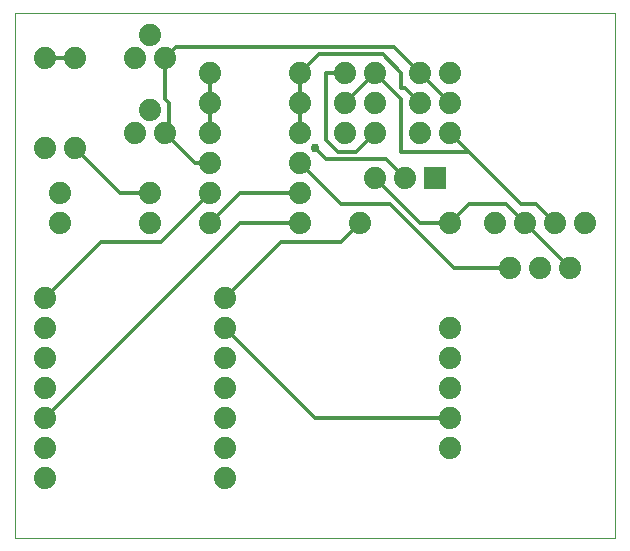
<source format=gtl>
G04 EAGLE Gerber RS-274X export*
G75*
%MOMM*%
%FSLAX34Y34*%
%LPD*%
%INTop Copper*%
%IPPOS*%
%AMOC8*
5,1,8,0,0,1.08239X$1,22.5*%
G01*
%ADD10C,0.000000*%
%ADD11C,1.879600*%
%ADD12R,1.879600X1.879600*%
%ADD13C,0.304800*%
%ADD14C,0.756400*%


D10*
X0Y0D02*
X508000Y0D01*
X508000Y444500D01*
X0Y444500D01*
X0Y0D01*
D11*
X469900Y228600D03*
X444500Y228600D03*
X419100Y228600D03*
X342900Y393700D03*
X368300Y393700D03*
X342900Y368300D03*
X368300Y368300D03*
X25400Y50800D03*
X25400Y76200D03*
X25400Y101600D03*
X25400Y127000D03*
X25400Y152400D03*
X25400Y177800D03*
X25400Y203200D03*
X177800Y50800D03*
X177800Y76200D03*
X177800Y101600D03*
X177800Y127000D03*
X177800Y152400D03*
X177800Y177800D03*
X177800Y203200D03*
X241300Y292100D03*
X165100Y292100D03*
X165100Y266700D03*
X241300Y266700D03*
X165100Y317500D03*
X241300Y317500D03*
X25400Y330200D03*
X25400Y406400D03*
X50800Y330200D03*
X50800Y406400D03*
X38100Y266700D03*
X38100Y292100D03*
X114300Y266700D03*
X114300Y292100D03*
X241300Y342900D03*
X165100Y342900D03*
X241300Y368300D03*
X165100Y368300D03*
X241300Y393700D03*
X165100Y393700D03*
X101600Y342900D03*
X114300Y361950D03*
X127000Y342900D03*
X101600Y406400D03*
X114300Y425450D03*
X127000Y406400D03*
D12*
X355600Y304800D03*
D11*
X330200Y304800D03*
X304800Y304800D03*
X368300Y76200D03*
X368300Y101600D03*
X368300Y127000D03*
X368300Y152400D03*
X368300Y177800D03*
X368300Y342900D03*
X342900Y342900D03*
X279400Y393700D03*
X279400Y368300D03*
X279400Y342900D03*
X482600Y266700D03*
X457200Y266700D03*
X431800Y266700D03*
X406400Y266700D03*
X304800Y342900D03*
X304800Y368300D03*
X304800Y393700D03*
X368300Y266700D03*
X292100Y266700D03*
D13*
X73025Y250825D02*
X25400Y203200D01*
X73025Y250825D02*
X123825Y250825D01*
X165100Y292100D01*
X190500Y266700D02*
X25400Y101600D01*
X190500Y266700D02*
X241300Y266700D01*
X50800Y406400D02*
X25400Y406400D01*
X279400Y368300D02*
X304800Y393700D01*
X177800Y177800D02*
X254000Y101600D01*
X368300Y101600D01*
X428625Y282575D02*
X384175Y327025D01*
X368300Y342900D01*
X428625Y282575D02*
X441325Y282575D01*
X457200Y266700D01*
X327025Y371475D02*
X304800Y393700D01*
X327025Y371475D02*
X327025Y327025D01*
X384175Y327025D01*
X241300Y342900D02*
X241300Y368300D01*
X241300Y393700D01*
X257175Y409575D01*
X311150Y409575D01*
X327025Y393700D01*
X327025Y381000D01*
X330200Y381000D01*
X342900Y368300D01*
X165100Y368300D02*
X165100Y342900D01*
X165100Y368300D02*
X165100Y393700D01*
X314325Y320675D02*
X330200Y304800D01*
X314325Y320675D02*
X263525Y320675D01*
X254000Y330200D01*
D14*
X254000Y330200D03*
D13*
X342900Y393700D02*
X368300Y368300D01*
X152400Y317500D02*
X127000Y342900D01*
X152400Y317500D02*
X165100Y317500D01*
X127000Y371475D02*
X127000Y406400D01*
X127000Y371475D02*
X130175Y368300D01*
X130175Y342900D01*
X127000Y342900D01*
X320675Y415925D02*
X342900Y393700D01*
X320675Y415925D02*
X136525Y415925D01*
X127000Y406400D01*
X190500Y292100D02*
X165100Y266700D01*
X190500Y292100D02*
X241300Y292100D01*
X241300Y317500D02*
X276225Y282575D01*
X317500Y282575D01*
X371475Y228600D01*
X419100Y228600D01*
X88900Y292100D02*
X50800Y330200D01*
X88900Y292100D02*
X114300Y292100D01*
X288925Y327025D02*
X304800Y342900D01*
X288925Y327025D02*
X273050Y327025D01*
X263525Y336550D01*
X263525Y393700D01*
X279400Y393700D01*
X384175Y282575D02*
X368300Y266700D01*
X384175Y282575D02*
X415925Y282575D01*
X431800Y266700D01*
X469900Y228600D01*
X342900Y266700D02*
X304800Y304800D01*
X342900Y266700D02*
X368300Y266700D01*
X225425Y250825D02*
X177800Y203200D01*
X225425Y250825D02*
X276225Y250825D01*
X292100Y266700D01*
M02*

</source>
